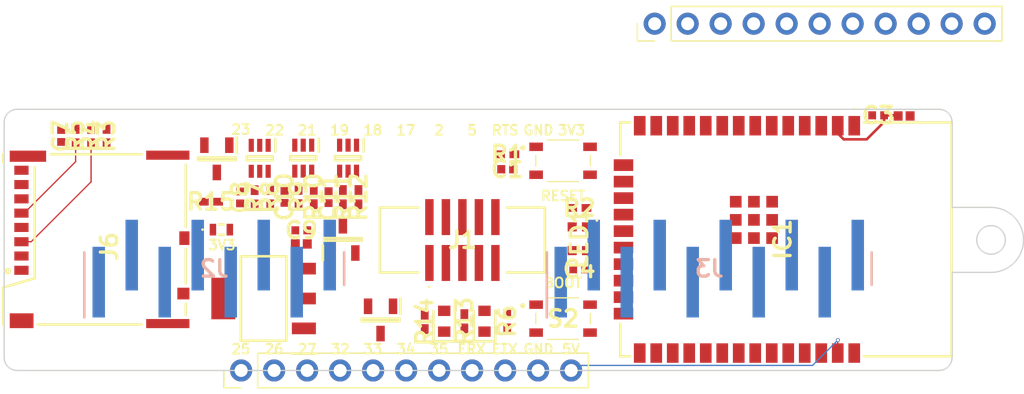
<source format=kicad_pcb>
(kicad_pcb (version 20211014) (generator pcbnew)
  (layers (0 "F.Cu" signal) (31 "B.Cu" signal) (34 "B.Paste" user) (35 "F.Paste" user) (36 "B.SilkS" user "B.Silkscreen") (37 "F.SilkS" user "F.Silkscreen") (38 "B.Mask" user) (39 "F.Mask" user) (44 "Edge.Cuts" user))
  (net 0 "")
  (net 1 "GND")
  (net 2 "RESET")
  (net 3 "+3V3")
  (net 4 "+5V")
  (net 5 "+LDO_3V3")
  (net 7 "GPIO39")
  (net 8 "GPIO34")
  (net 9 "GPIO35")
  (net 10 "GPIO32")
  (net 11 "GPIO33")
  (net 12 "GPIO25")
  (net 13 "GPIO26")
  (net 14 "GPIO27")
  (net 15 "TMS")
  (net 16 "TDI")
  (net 17 "TCK")
  (net 24 "TDO")
  (net 25 "GPIO02")
  (net 26 "Net-(IC1-Pad25)")
  (net 27 "GPIO04")
  (net 28 "GPIO16")
  (net 29 "GPIO17")
  (net 30 "GPIO05")
  (net 31 "GPIO18")
  (net 32 "GPIO19")
  (net 34 "GPIO21")
  (net 35 "TX")
  (net 36 "RX")
  (net 37 "GPIO22")
  (net 38 "GPIO23")
  (net 39 "Net-(IC2-Pad1)")
  (net 40 "+ext_3V3")
  (net 41 "Net-(IC4-Pad1)")
  (net 42 "Net-(IC5-Pad1)")
  (net 43 "+ext_5V")
  (net 44 "FLP_GPIO_0")
  (net 45 "GPIO36")
  (net 46 "GPIO017")
  (net 49 "Net-(J6-Pad2)")
  (net 50 "Net-(J6-Pad3)")
  (net 51 "Net-(J6-Pad5)")
  (net 54 "Net-(LED1-Pad3)")
  (net 55 "Net-(LED2-Pad2)")
  (net 56 "Net-(LED3-Pad2)")
  (net 57 "Net-(LED4-Pad1)")
  (net 58 "Net-(R7-Pad2)")
  (net 59 "Net-(R9-Pad2)")
  (net 60 "Net-(R11-Pad2)")
  (footprint "Libraries:RESC1005X40N" (layer "F.Cu") (at 134.96 96.59 90)
    (fp_text reference "R10" (at 0 0 90) (layer "F.SilkS") (effects (font (size 1.27 1.27) (thickness 0.254))))
    (fp_text value "100K" hide)
    (pad "1" smd rect locked (at -0.55 0 180) (size 0.6 0.75) (layers "F.Cu" "F.Paste" "F.Mask") (net 1 "GND"))
    (pad "2" smd rect locked (at 0.55 0 180) (size 0.6 0.75) (layers "F.Cu" "F.Paste" "F.Mask") (net 41 "Net-(IC4-Pad1)"))
  )
  (footprint "Libraries:RESC1005X40N" (layer "F.Cu") (at 127.05 96.95)
    (fp_text reference "R15" (at 0 0) (layer "F.SilkS") (effects (font (size 1.27 1.27) (thickness 0.254))))
    (fp_text value "1K" hide)
    (pad "1" smd rect locked (at -0.55 0 90) (size 0.6 0.75) (layers "F.Cu" "F.Paste" "F.Mask") (net 3 "+3V3"))
    (pad "2" smd rect locked (at 0.55 0 90) (size 0.6 0.75) (layers "F.Cu" "F.Paste" "F.Mask") (net 57 "Net-(LED4-Pad1)"))
  )
  (footprint "Libraries:RESC1005X40N" (layer "F.Cu") (at 149.85 106.15 -90)
    (fp_text reference "R6" (at 0 0 -90) (layer "F.SilkS") (effects (font (size 1.27 1.27) (thickness 0.254))))
    (fp_text value "10k" hide)
    (pad "1" smd rect locked (at -0.55 0) (size 0.6 0.75) (layers "F.Cu" "F.Paste" "F.Mask") (net 26 "Net-(IC1-Pad25)"))
    (pad "2" smd rect locked (at 0.55 0) (size 0.6 0.75) (layers "F.Cu" "F.Paste" "F.Mask") (net 3 "+3V3"))
  )
  (footprint "Libraries:CAPC1005X55N" (layer "F.Cu") (at 115.52 91.89 -90)
    (fp_text reference "C7" (at 0 0 90) (layer "F.SilkS") (effects (font (size 1.27 1.27) (thickness 0.254))))
    (fp_text value "100n" hide)
    (pad "1" smd rect locked (at -0.46 0 270) (size 0.6 0.62) (layers "F.Cu" "F.Paste" "F.Mask") (net 1 "GND"))
    (pad "2" smd rect locked (at 0.46 0 270) (size 0.6 0.62) (layers "F.Cu" "F.Paste" "F.Mask") (net 3 "+3V3"))
  )
  (footprint "Libraries:RESC1005X40N" (layer "F.Cu") (at 116.63 91.9 -90)
    (fp_text reference "R5" (at 0 0 90) (layer "F.SilkS") (effects (font (size 1.27 1.27) (thickness 0.254))))
    (fp_text value "1K" hide)
    (pad "1" smd rect locked (at -0.55 0) (size 0.6 0.75) (layers "F.Cu" "F.Paste" "F.Mask") (net 31 "GPIO18"))
    (pad "2" smd rect locked (at 0.55 0) (size 0.6 0.75) (layers "F.Cu" "F.Paste" "F.Mask") (net 51 "Net-(J6-Pad5)"))
  )
  (footprint "SamacSys_Parts:SOT96P240X120-3N" (layer "F.Cu") (at 127.5 93.65 -90)
    (fp_text reference "IC2" hide)
    (fp_text value "DMP1045U-7" hide)
    (fp_line (start -0.1 1.45) (end -0.1 -1.45) (layer "F.SilkS") (width 0.2))
    (fp_line (start 0.1 1.45) (end -0.1 1.45) (layer "F.SilkS") (width 0.2))
    (fp_line (start -0.1 -1.45) (end 0.1 -1.45) (layer "F.SilkS") (width 0.2))
    (fp_line (start 0.1 -1.45) (end 0.1 1.45) (layer "F.SilkS") (width 0.2))
    (fp_line (start -1.65 -1.535) (end -0.45 -1.535) (layer "F.SilkS") (width 0.2))
    (pad "1" smd rect locked (at -1.05 -0.96) (size 0.65 1.2) (layers "F.Cu" "F.Paste" "F.Mask") (net 39 "Net-(IC2-Pad1)"))
    (pad "2" smd rect locked (at -1.05 0.96) (size 0.65 1.2) (layers "F.Cu" "F.Paste" "F.Mask") (net 3 "+3V3"))
    (pad "3" smd rect locked (at 1.05 0) (size 0.65 1.2) (layers "F.Cu" "F.Paste" "F.Mask") (net 40 "+ext_3V3"))
  )
  (footprint "SamacSys_Parts:SOT96P240X120-3N" (layer "F.Cu") (at 137.2 99.85 90)
    (fp_text reference "IC4" hide)
    (fp_text value "DMP1045U-7" hide)
    (fp_line (start 0.1 -1.45) (end 0.1 1.45) (layer "F.SilkS") (width 0.2))
    (fp_line (start 0.1 1.45) (end -0.1 1.45) (layer "F.SilkS") (width 0.2))
    (fp_line (start -0.1 -1.45) (end 0.1 -1.45) (layer "F.SilkS") (width 0.2))
    (fp_line (start -1.65 -1.535) (end -0.45 -1.535) (layer "F.SilkS") (width 0.2))
    (fp_line (start -0.1 1.45) (end -0.1 -1.45) (layer "F.SilkS") (width 0.2))
    (pad "1" smd rect locked (at -1.05 -0.96 180) (size 0.65 1.2) (layers "F.Cu" "F.Paste" "F.Mask") (net 41 "Net-(IC4-Pad1)"))
    (pad "2" smd rect locked (at -1.05 0.96 180) (size 0.65 1.2) (layers "F.Cu" "F.Paste" "F.Mask") (net 3 "+3V3"))
    (pad "3" smd rect locked (at 1.05 0 180) (size 0.65 1.2) (layers "F.Cu" "F.Paste" "F.Mask") (net 5 "+LDO_3V3"))
  )
  (footprint "Connector_PinHeader_2.54mm:PinHeader_1x11_P2.54mm_Vertical" (layer "F.Cu") (at 129.37 109.94 90)
    (fp_text reference "J4" hide)
    (fp_text value "Conn_01x11" hide)
    (fp_line (start 1.33 1.27) (end 1.33 26.73) (layer "F.SilkS") (width 0.12))
    (fp_line (start -1.33 1.27) (end -1.33 26.73) (layer "F.SilkS") (width 0.12))
    (fp_line (start -1.33 26.73) (end 1.33 26.73) (layer "F.SilkS") (width 0.12))
    (fp_line (start -1.33 -1.33) (end 0 -1.33) (layer "F.SilkS") (width 0.12))
    (fp_line (start -1.33 1.27) (end 1.33 1.27) (layer "F.SilkS") (width 0.12))
    (fp_line (start -1.33 0) (end -1.33 -1.33) (layer "F.SilkS") (width 0.12))
    (pad "1" thru_hole circle (at 0 0 90) (size 1.7 1.7) (drill 1) (layers *.Cu *.Mask) (net 3 "+3V3"))
    (pad "2" thru_hole oval (at 0 2.54 90) (size 1.7 1.7) (drill 1) (layers *.Cu *.Mask) (net 1 "GND"))
    (pad "3" thru_hole oval (at 0 5.08 90) (size 1.7 1.7) (drill 1) (layers *.Cu *.Mask) (net 44 "FLP_GPIO_0"))
    (pad "4" thru_hole oval (at 0 7.62 90) (size 1.7 1.7) (drill 1) (layers *.Cu *.Mask) (net 30 "GPIO05"))
    (pad "5" thru_hole oval (at 0 10.16 90) (size 1.7 1.7) (drill 1) (layers *.Cu *.Mask) (net 25 "GPIO02"))
    (pad "6" thru_hole oval (at 0 12.7 90) (size 1.7 1.7) (drill 1) (layers *.Cu *.Mask) (net 29 "GPIO17"))
    (pad "7" thru_hole oval (at 0 15.24 90) (size 1.7 1.7) (drill 1) (layers *.Cu *.Mask) (net 31 "GPIO18"))
    (pad "8" thru_hole oval (at 0 17.78 90) (size 1.7 1.7) (drill 1) (layers *.Cu *.Mask) (net 32 "GPIO19"))
    (pad "9" thru_hole oval (at 0 20.32 90) (size 1.7 1.7) (drill 1) (layers *.Cu *.Mask) (net 34 "GPIO21"))
    (pad "10" thru_hole oval (at 0 22.86 90) (size 1.7 1.7) (drill 1) (layers *.Cu *.Mask) (net 37 "GPIO22"))
    (pad "11" thru_hole oval (at 0 25.4 90) (size 1.7 1.7) (drill 1) (layers *.Cu *.Mask) (net 38 "GPIO23"))
  )
  (footprint "Libraries:CAPC1005X55N" (layer "F.Cu") (at 136.1 96.6 90)
    (fp_text reference "C11" (at 0 0 90) (layer "F.SilkS") (effects (font (size 1.27 1.27) (thickness 0.254))))
    (fp_text value "100n" hide)
    (pad "1" smd rect locked (at -0.46 0 90) (size 0.6 0.62) (layers "F.Cu" "F.Paste" "F.Mask") (net 1 "GND"))
    (pad "2" smd rect locked (at 0.46 0 90) (size 0.6 0.62) (layers "F.Cu" "F.Paste" "F.Mask") (net 43 "+ext_5V"))
  )
  (footprint "SamacSys_Parts:CAPC1005X80N" (layer "F.Cu") (at 180.4 90.35 180)
    (fp_text reference "C2" hide)
    (fp_text value "22uF" hide)
    (pad "1" smd rect locked (at -0.46 0 180) (size 0.69 0.72) (layers "F.Cu" "F.Paste" "F.Mask") (net 1 "GND"))
    (pad "2" smd rect locked (at 0.46 0 180) (size 0.69 0.72) (layers "F.Cu" "F.Paste" "F.Mask") (net 3 "+3V3"))
  )
  (footprint "Libraries:503398-1892" (layer "F.Cu") (at 111.06 106.4 90)
    (fp_text reference "J6" (at 5.996 8.167 90) (layer "F.SilkS") (effects (font (size 1.27 1.27) (thickness 0.254))))
    (fp_text value "503398-1892" hide)
    (fp_line (start 0 2.65) (end 0 10.648) (layer "F.SilkS") (width 0.2))
    (fp_line (start 7.5 14.05) (end 12.3 14.05) (layer "F.SilkS") (width 0.2))
    (fp_line (start 2.849 0) (end 3.554 2.42) (layer "F.SilkS") (width 0.2))
    (fp_line (start 3.554 2.42) (end 12.109 2.42) (layer "F.SilkS") (width 0.2))
    (fp_line (start 3.15 14.05) (end 5.8 14.05) (layer "F.SilkS") (width 0.2))
    (fp_line (start 13.1 3.65) (end 13.1 10.65) (layer "F.SilkS") (width 0.2))
    (fp_line (start 13.1 0) (end 12.474 0) (layer "F.SilkS") (width 0.2))
    (fp_line (start 0.74 14.05) (end 1.6 14.05) (layer "F.SilkS") (width 0.2))
    (fp_line (start 0 0) (end 2.849 0) (layer "F.SilkS") (width 0.2))
    (fp_circle (center 4.116 0.356) (end 4.116 0.41057) (layer "F.SilkS") (width 0.2) (fill none))
    (pad "1" smd rect locked (at 4.17 1.4 90) (size 0.7 1.1) (layers "F.Cu" "F.Paste" "F.Mask"))
    (pad "2" smd rect locked (at 5.27 1.4 90) (size 0.7 1.1) (layers "F.Cu" "F.Paste" "F.Mask") (net 49 "Net-(J6-Pad2)"))
    (pad "3" smd rect locked (at 6.37 1.4 90) (size 0.7 1.1) (layers "F.Cu" "F.Paste" "F.Mask") (net 50 "Net-(J6-Pad3)"))
    (pad "4" smd rect locked (at 7.47 1.4 90) (size 0.7 1.1) (layers "F.Cu" "F.Paste" "F.Mask") (net 3 "+3V3"))
    (pad "5" smd rect locked (at 8.57 1.4 90) (size 0.7 1.1) (layers "F.Cu" "F.Paste" "F.Mask") (net 51 "Net-(J6-Pad5)"))
    (pad "6" smd rect locked (at 9.67 1.4 90) (size 0.7 1.1) (layers "F.Cu" "F.Paste" "F.Mask") (net 1 "GND"))
    (pad "7" smd rect locked (at 10.77 1.4 90) (size 0.7 1.1) (layers "F.Cu" "F.Paste" "F.Mask") (net 32 "GPIO19"))
    (pad "8" smd rect locked (at 11.87 1.4 90) (size 0.7 1.1) (layers "F.Cu" "F.Paste" "F.Mask"))
    (pad "9" smd rect locked (at 2.38 13.865 90) (size 0.9 0.93) (layers "F.Cu" "F.Paste" "F.Mask") (net 1 "GND"))
    (pad "10" smd rect locked (at 6.645 13.94 180) (size 0.78 1.05) (layers "F.Cu" "F.Paste" "F.Mask") (net 1 "GND"))
    (pad "11" smd rect locked (at 13.03 12.665 90) (size 0.7 3.33) (layers "F.Cu" "F.Paste" "F.Mask"))
    (pad "12" smd rect locked (at 12.95 1.9 90) (size 0.86 2.8) (layers "F.Cu" "F.Paste" "F.Mask"))
    (pad "13" smd rect locked (at 0.29 1.415 90) (size 1.14 1.83) (layers "F.Cu" "F.Paste" "F.Mask"))
    (pad "14" smd rect locked (at 0.07 12.665 90) (size 0.7 3.33) (layers "F.Cu" "F.Paste" "F.Mask"))
  )
  (footprint "Libraries:WS2812B2020" (layer "F.Cu") (at 155.4 99.8 90)
    (fp_text reference "LED1" (at 0 0 90) (layer "F.SilkS") (effects (font (size 1.27 1.27) (thickness 0.254))))
    (fp_text value "WS2812B-2020" hide)
    (fp_line (start 1.4 1.3) (end 1.4 1.3) (layer "F.SilkS") (width 0.1))
    (fp_line (start 1.4 1.4) (end 1.4 1.4) (layer "F.SilkS") (width 0.1))
    (fp_arc (start 1.4 1.3) (mid 1.45 1.35) (end 1.4 1.4) (layer "F.SilkS") (width 0.1))
    (fp_arc (start 1.4 1.4) (mid 1.35 1.35) (end 1.4 1.3) (layer "F.SilkS") (width 0.1))
    (pad "1" smd rect locked (at 0.915 0.55 180) (size 0.7 0.7) (layers "F.Cu" "F.Paste" "F.Mask"))
    (pad "2" smd rect locked (at 0.915 -0.55 180) (size 0.7 0.7) (layers "F.Cu" "F.Paste" "F.Mask") (net 1 "GND"))
    (pad "3" smd rect locked (at -0.915 -0.55 180) (size 0.7 0.7) (layers "F.Cu" "F.Paste" "F.Mask") (net 54 "Net-(LED1-Pad3)"))
    (pad "4" smd rect locked (at -0.915 0.55 180) (size 0.7 0.7) (layers "F.Cu" "F.Paste" "F.Mask") (net 4 "+5V"))
  )
  (footprint "Libraries:RESC1005X40N" (layer "F.Cu") (at 117.82 91.9 -90)
    (fp_text reference "R4" (at 0 0 90) (layer "F.SilkS") (effects (font (size 1.27 1.27) (thickness 0.254))))
    (fp_text value "1K" hide)
    (pad "1" smd rect locked (at -0.55 0) (size 0.6 0.75) (layers "F.Cu" "F.Paste" "F.Mask") (net 38 "GPIO23"))
    (pad "2" smd rect locked (at 0.55 0) (size 0.6 0.75) (layers "F.Cu" "F.Paste" "F.Mask") (net 50 "Net-(J6-Pad3)"))
  )
  (footprint "SamacSys_Parts:CAPC1005X70N" (layer "F.Cu") (at 134 100.2)
    (fp_text reference "C6" hide)
    (fp_text value "10uF" hide)
    (pad "1" smd rect locked (at -0.46 0) (size 0.69 0.72) (layers "F.Cu" "F.Paste" "F.Mask") (net 1 "GND"))
    (pad "2" smd rect locked (at 0.46 0) (size 0.69 0.72) (layers "F.Cu" "F.Paste" "F.Mask") (net 4 "+5V"))
  )
  (footprint "Libraries:ESP32WROOM32EN4" (layer "F.Cu") (at 171.3 99.85 -90)
    (fp_text reference "IC1" (at 0 0.25 -90) (layer "F.SilkS") (effects (font (size 1.27 1.27) (thickness 0.254))))
    (fp_text value "ESP32-WROOM-32E-N4" hide)
    (fp_line (start 9 12) (end 9 12.75) (layer "F.SilkS") (width 0.2))
    (fp_line (start -9 -6) (end -9 -12.75) (layer "F.SilkS") (width 0.2))
    (fp_line (start 9 12.75) (end 6.5 12.75) (layer "F.SilkS") (width 0.2))
    (fp_line (start -9 12.75) (end -9 12) (layer "F.SilkS") (width 0.2))
    (fp_line (start -10 -5.26) (end -10 -5.26) (layer "F.SilkS") (width 0.1))
    (fp_line (start -6.5 12.75) (end -9 12.75) (layer "F.SilkS") (width 0.2))
    (fp_line (start -10.1 -5.26) (end -10.1 -5.26) (layer "F.SilkS") (width 0.1))
    (fp_line (start -9 -12.75) (end 9 -12.75) (layer "F.SilkS") (width 0.2))
    (fp_line (start 9 -12.75) (end 9 -6) (layer "F.SilkS") (width 0.2))
    (fp_arc (start -10.1 -5.26) (mid -10.05 -5.31) (end -10 -5.26) (layer "F.SilkS") (width 0.1))
    (fp_arc (start -10 -5.26) (mid -10.05 -5.21) (end -10.1 -5.26) (layer "F.SilkS") (width 0.1))
    (pad "1" smd rect locked (at -8.75 -5.26) (size 0.9 1.5) (layers "F.Cu" "F.Paste" "F.Mask") (net 1 "GND"))
    (pad "2" smd rect locked (at -8.75 -3.99) (size 0.9 1.5) (layers "F.Cu" "F.Paste" "F.Mask") (net 3 "+3V3"))
    (pad "3" smd rect locked (at -8.75 -2.72) (size 0.9 1.5) (layers "F.Cu" "F.Paste" "F.Mask") (net 2 "RESET"))
    (pad "4" smd rect locked (at -8.75 -1.45) (size 0.9 1.5) (layers "F.Cu" "F.Paste" "F.Mask"))
    (pad "5" smd rect locked (at -8.75 -0.18) (size 0.9 1.5) (layers "F.Cu" "F.Paste" "F.Mask") (net 7 "GPIO39"))
    (pad "6" smd rect locked (at -8.75 1.09) (size 0.9 1.5) (layers "F.Cu" "F.Paste" "F.Mask") (net 8 "GPIO34"))
    (pad "7" smd rect locked (at -8.75 2.36) (size 0.9 1.5) (layers "F.Cu" "F.Paste" "F.Mask") (net 9 "GPIO35"))
    (pad "8" smd rect locked (at -8.75 3.63) (size 0.9 1.5) (layers "F.Cu" "F.Paste" "F.Mask") (net 10 "GPIO32"))
    (pad "9" smd rect locked (at -8.75 4.9) (size 0.9 1.5) (layers "F.Cu" "F.Paste" "F.Mask") (net 11 "GPIO33"))
    (pad "10" smd rect locked (at -8.75 6.17) (size 0.9 1.5) (layers "F.Cu" "F.Paste" "F.Mask") (net 12 "GPIO25"))
    (pad "11" smd rect locked (at -8.75 7.44) (size 0.9 1.5) (layers "F.Cu" "F.Paste" "F.Mask") (net 13 "GPIO26"))
    (pad "12" smd rect locked (at -8.75 8.71) (size 0.9 1.5) (layers "F.Cu" "F.Paste" "F.Mask") (net 14 "GPIO27"))
    (pad "13" smd rect locked (at -8.75 9.98) (size 0.9 1.5) (layers "F.Cu" "F.Paste" "F.Mask") (net 15 "TMS"))
    (pad "14" smd rect locked (at -8.75 11.25) (size 0.9 1.5) (layers "F.Cu" "F.Paste" "F.Mask") (net 16 "TDI"))
    (pad "15" smd rect locked (at -5.715 12.5 270) (size 0.9 1.5) (layers "F.Cu" "F.Paste" "F.Mask") (net 1 "GND"))
    (pad "16" smd rect locked (at -4.445 12.5 270) (size 0.9 1.5) (layers "F.Cu" "F.Paste" "F.Mask") (net 17 "TCK"))
    (pad "17" smd rect locked (at -3.175 12.5 270) (size 0.9 1.5) (layers "F.Cu" "F.Paste" "F.Mask"))
    (pad "18" smd rect locked (at -1.905 12.5 270) (size 0.9 1.5) (layers "F.Cu" "F.Paste" "F.Mask"))
    (pad "19" smd rect locked (at -0.635 12.5 270) (size 0.9 1.5) (layers "F.Cu" "F.Paste" "F.Mask"))
    (pad "20" smd rect locked (at 0.635 12.5 270) (size 0.9 1.5) (layers "F.Cu" "F.Paste" "F.Mask"))
    (pad "21" smd rect locked (at 1.905 12.5 270) (size 0.9 1.5) (layers "F.Cu" "F.Paste" "F.Mask"))
    (pad "22" smd rect locked (at 3.175 12.5 270) (size 0.9 1.5) (layers "F.Cu" "F.Paste" "F.Mask"))
    (pad "23" smd rect locked (at 4.445 12.5 270) (size 0.9 1.5) (layers "F.Cu" "F.Paste" "F.Mask") (net 24 "TDO"))
    (pad "24" smd rect locked (at 5.715 12.5 270) (size 0.9 1.5) (layers "F.Cu" "F.Paste" "F.Mask") (net 25 "GPIO02"))
    (pad "25" smd rect locked (at 8.75 11.25) (size 0.9 1.5) (layers "F.Cu" "F.Paste" "F.Mask") (net 26 "Net-(IC1-Pad25)"))
    (pad "26" smd rect locked (at 8.75 9.98) (size 0.9 1.5) (layers "F.Cu" "F.Paste" "F.Mask") (net 27 "GPIO04"))
    (pad "27" smd rect locked (at 8.75 8.71) (size 0.9 1.5) (layers "F.Cu" "F.Paste" "F.Mask") (net 28 "GPIO16"))
    (pad "28" smd rect locked (at 8.75 7.44) (size 0.9 1.5) (layers "F.Cu" "F.Paste" "F.Mask") (net 29 "GPIO17"))
    (pad "29" smd rect locked (at 8.75 6.17) (size 0.9 1.5) (layers "F.Cu" "F.Paste" "F.Mask") (net 30 "GPIO05"))
    (pad "30" smd rect locked (at 8.75 4.9) (size 0.9 1.5) (layers "F.Cu" "F.Paste" "F.Mask") (net 31 "GPIO18"))
    (pad "31" smd rect locked (at 8.75 3.63) (size 0.9 1.5) (layers "F.Cu" "F.Paste" "F.Mask") (net 32 "GPIO19"))
    (pad "32" smd rect locked (at 8.75 2.36) (size 0.9 1.5) (layers "F.Cu" "F.Paste" "F.Mask"))
    (pad "33" smd rect locked (at 8.75 1.09) (size 0.9 1.5) (layers "F.Cu" "F.Paste" "F.Mask") (net 34 "GPIO21"))
    (pad "34" smd rect locked (at 8.75 -0.18) (size 0.9 1.5) (layers "F.Cu" "F.Paste" "F.Mask") (net 35 "TX"))
    (pad "35" smd rect locked (at 8.75 -1.45) (size 0.9 1.5) (layers "F.Cu" "F.Paste" "F.Mask") (net 36 "RX"))
    (pad "36" smd rect locked (at 8.75 -2.72) (size 0.9 1.5) (layers "F.Cu" "F.Paste" "F.Mask") (net 37 "GPIO22"))
    (pad "37" smd rect locked (at 8.75 -3.99) (size 0.9 1.5) (layers "F.Cu" "F.Paste" "F.Mask") (net 38 "GPIO23"))
    (pad "38" smd rect locked (at 8.75 -5.26) (size 0.9 1.5) (layers "F.Cu" "F.Paste" "F.Mask") (net 1 "GND"))
    (pad "39" smd rect locked (at -2.9 1.06) (size 0.9 0.9) (layers "F.Cu" "F.Paste" "F.Mask") (net 1 "GND"))
    (pad "40" smd rect locked (at -2.9 2.46) (size 0.9 0.9) (layers "F.Cu" "F.Paste" "F.Mask") (net 1 "GND"))
    (pad "41" smd rect locked (at -2.9 3.86) (size 0.9 0.9) (layers "F.Cu" "F.Paste" "F.Mask") (net 1 "GND"))
    (pad "42" smd rect locked (at -1.5 3.86) (size 0.9 0.9) (layers "F.Cu" "F.Paste" "F.Mask") (net 1 "GND"))
    (pad "43" smd rect locked (at -0.1 3.86) (size 0.9 0.9) (layers "F.Cu" "F.Paste" "F.Mask") (net 1 "GND"))
    (pad "44" smd rect locked (at -0.1 2.46) (size 0.9 0.9) (layers "F.Cu" "F.Paste" "F.Mask") (net 1 "GND"))
    (pad "45" smd rect locked (at -0.1 1.06) (size 0.9 0.9) (layers "F.Cu" "F.Paste" "F.Mask") (net 1 "GND"))
    (pad "46" smd rect locked (at -1.5 1.06) (size 0.9 0.9) (layers "F.Cu" "F.Paste" "F.Mask") (net 1 "GND"))
    (pad "47" smd rect locked (at -1.5 2.46) (size 0.9 0.9) (layers "F.Cu" "F.Paste" "F.Mask") (net 1 "GND"))
  )
  (footprint "SamacSys_Parts:19217R6CAL1M2VY3T" (layer "F.Cu") (at 127.85 99.1 180)
    (fp_text reference "LED4" hide)
    (fp_text value "3V3" hide)
    (fp_line (start 1.4 0) (end 1.4 0) (layer "F.SilkS") (width 0.1))
    (fp_line (start 0.2 -0.4) (end -0.2 -0.4) (layer "F.SilkS") (width 0.2))
    (fp_line (start 0.2 0.4) (end -0.2 0.4) (layer "F.SilkS") (width 0.2))
    (fp_line (start 1.5 0) (end 1.5 0) (layer "F.SilkS") (width 0.1))
    (fp_arc (start 1.5 0) (mid 1.45 0.05) (end 1.4 0) (layer "F.SilkS") (width 0.1))
    (fp_arc (start 1.4 0) (mid 1.45 -0.05) (end 1.5 0) (layer "F.SilkS") (width 0.1))
    (pad "1" smd rect locked (at 0.65 0 180) (size 0.5 0.9) (layers "F.Cu" "F.Paste" "F.Mask") (net 57 "Net-(LED4-Pad1)"))
    (pad "2" smd rect locked (at -0.65 0 180) (size 0.5 0.9) (layers "F.Cu" "F.Paste" "F.Mask") (net 1 "GND"))
  )
  (footprint "Libraries:RESC1005X40N" (layer "F.Cu") (at 155.4 97.43 180)
    (fp_text reference "R2" (at 0 0) (layer "F.SilkS") (effects (font (size 1.27 1.27) (thickness 0.254))))
    (fp_text value "220" hide)
    (pad "1" smd rect locked (at -0.55 0 270) (size 0.6 0.75) (layers "F.Cu" "F.Paste" "F.Mask") (net 28 "GPIO16"))
    (pad "2" smd rect locked (at 0.55 0 270) (size 0.6 0.75) (layers "F.Cu" "F.Paste" "F.Mask") (net 54 "Net-(LED1-Pad3)"))
  )
  (footprint "Libraries:322010030000" (layer "F.Cu") (at 146.4 99.9)
    (fp_text reference "J1" (at 0 0) (layer "F.SilkS") (effects (font (size 1.27 1.27) (thickness 0.254))))
    (fp_text value "3220-10-0300-00" hide)
    (fp_line (start -2.5 3.6) (end -2.5 3.6) (layer "F.SilkS") (width 0.1))
    (fp_line (start -2.6 3.6) (end -2.6 3.6) (layer "F.SilkS") (width 0.1))
    (fp_line (start 6.35 2.5) (end 3.4 2.5) (layer "F.SilkS") (width 0.2))
    (fp_line (start -6.35 -2.5) (end -6.35 2.5) (layer "F.SilkS") (width 0.2))
    (fp_line (start -6.35 2.5) (end -3.4 2.5) (layer "F.SilkS") (width 0.2))
    (fp_line (start 3.4 -2.5) (end 6.35 -2.5) (layer "F.SilkS") (width 0.2))
    (fp_line (start 6.35 -2.5) (end 6.35 2.5) (layer "F.SilkS") (width 0.2))
    (fp_line (start -3.4 -2.5) (end -6.35 -2.5) (layer "F.SilkS") (width 0.2))
    (fp_arc (start -2.6 3.6) (mid -2.55 3.55) (end -2.5 3.6) (layer "F.SilkS") (width 0.1))
    (fp_arc (start -2.5 3.6) (mid -2.55 3.65) (end -2.6 3.6) (layer "F.SilkS") (width 0.1))
    (pad "1" smd rect locked (at -2.54 1.765) (size 0.65 2.77) (layers "F.Cu" "F.Paste" "F.Mask") (net 3 "+3V3"))
    (pad "2" smd rect locked (at -2.54 -1.765) (size 0.65 2.77) (layers "F.Cu" "F.Paste" "F.Mask") (net 15 "TMS"))
    (pad "3" smd rect locked (at -1.27 1.765) (size 0.65 2.77) (layers "F.Cu" "F.Paste" "F.Mask") (net 1 "GND"))
    (pad "4" smd rect locked (at -1.27 -1.765) (size 0.65 2.77) (layers "F.Cu" "F.Paste" "F.Mask") (net 17 "TCK"))
    (pad "5" smd rect locked (at 0 1.765) (size 0.65 2.77) (layers "F.Cu" "F.Paste" "F.Mask") (net 1 "GND"))
    (pad "6" smd rect locked (at 0 -1.765) (size 0.65 2.77) (layers "F.Cu" "F.Paste" "F.Mask") (net 24 "TDO"))
    (pad "7" smd rect locked (at 1.27 1.765) (size 0.65 2.77) (layers "F.Cu" "F.Paste" "F.Mask") (net 1 "GND"))
    (pad "8" smd rect locked (at 1.27 -1.765) (size 0.65 2.77) (layers "F.Cu" "F.Paste" "F.Mask") (net 16 "TDI"))
    (pad "9" smd rect locked (at 2.54 1.765) (size 0.65 2.77) (layers "F.Cu" "F.Paste" "F.Mask") (net 1 "GND"))
    (pad "10" smd rect locked (at 2.54 -1.765) (size 0.65 2.77) (layers "F.Cu" "F.Paste" "F.Mask") (net 2 "RESET"))
  )
  (footprint "SamacSys_Parts:CAPC1005X80N" (layer "F.Cu") (at 126.1 102.25 -90)
    (fp_text reference "C5" hide)
    (fp_text value "22uF" hide)
    (pad "1" smd rect locked (at -0.46 0 270) (size 0.69 0.72) (layers "F.Cu" "F.Paste" "F.Mask") (net 1 "GND"))
    (pad "2" smd rect locked (at 0.46 0 270) (size 0.69 0.72) (layers "F.Cu" "F.Paste" "F.Mask") (net 5 "+LDO_3V3"))
  )
  (footprint "SamacSys_Parts:SOT96P240X120-3N" (layer "F.Cu") (at 140.1 106.05 -90)
    (fp_text reference "IC5" hide)
    (fp_text value "DMP1045U-7" hide)
    (fp_line (start -0.1 1.45) (end -0.1 -1.45) (layer "F.SilkS") (width 0.2))
    (fp_line (start 0.1 1.45) (end -0.1 1.45) (layer "F.SilkS") (width 0.2))
    (fp_line (start -0.1 -1.45) (end 0.1 -1.45) (layer "F.SilkS") (width 0.2))
    (fp_line (start 0.1 -1.45) (end 0.1 1.45) (layer "F.SilkS") (width 0.2))
    (fp_line (start -1.65 -1.535) (end -0.45 -1.535) (layer "F.SilkS") (width 0.2))
    (pad "1" smd rect locked (at -1.05 -0.96) (size 0.65 1.2) (layers "F.Cu" "F.Paste" "F.Mask") (net 42 "Net-(IC5-Pad1)"))
    (pad "2" smd rect locked (at -1.05 0.96) (size 0.65 1.2) (layers "F.Cu" "F.Paste" "F.Mask") (net 4 "+5V"))
    (pad "3" smd rect locked (at 1.05 0) (size 0.65 1.2) (layers "F.Cu" "F.Paste" "F.Mask") (net 43 "+ext_5V"))
  )
  (footprint "SamacSys_Parts:LEDC1608X50N" (layer "F.Cu") (at 148.1 106.15 90)
    (fp_text reference "LED2" hide)
    (fp_text value "TX" hide)
    (fp_line (start -1.55 0.825) (end 0.8 0.825) (layer "F.SilkS") (width 0.2))
    (fp_line (start -1.55 -0.825) (end -1.55 0.825) (layer "F.SilkS") (width 0.2))
    (fp_line (start 0.8 -0.825) (end -1.55 -0.825) (layer "F.SilkS") (width 0.2))
    (pad "1" smd rect locked (at -0.8 0 90) (size 0.8 0.95) (layers "F.Cu" "F.Paste" "F.Mask") (net 36 "RX"))
    (pad "2" smd rect locked (at 0.8 0 90) (size 0.8 0.95) (layers "F.Cu" "F.Paste" "F.Mask") (net 55 "Net-(LED2-Pad2)"))
  )
  (footprint "Libraries:SKRPABE010" (layer "F.Cu") (at 154.15 105.95)
    (fp_text reference "S2" (at 0 0) (layer "F.SilkS") (effects (font (size 1.27 1.27) (thickness 0.254))))
    (fp_text value "SKRPABE010" hide)
    (fp_line (start -3 -1) (end -3 -1) (layer "F.SilkS") (width 0.2))
    (fp_line (start -1.2 -1.6) (end 1.2 -1.6) (layer "F.SilkS") (width 0.1))
    (fp_line (start -3 -1) (end -3 -1) (layer "F.SilkS") (width 0.1))
    (fp_line (start -1.2 1.6) (end 1.2 1.6) (layer "F.SilkS") (width 0.1))
    (fp_line (start 2.1 -0.4) (end 2.1 0.4) (layer "F.SilkS") (width 0.1))
    (fp_line (start -3.2 -1) (end -3.2 -1) (layer "F.SilkS") (width 0.2))
    (fp_line (start -2.1 -0.4) (end -2.1 0.4) (layer "F.SilkS") (width 0.1))
    (fp_arc (start -3.2 -1) (mid -3.1 -1.1) (end -3 -1) (layer "F.SilkS") (width 0.2))
    (fp_arc (start -3 -1) (mid -3.1 -0.9) (end -3.2 -1) (layer "F.SilkS") (width 0.2))
    (pad "1" smd rect locked (at -2.075 -1.075 90) (size 0.65 1.05) (layers "F.Cu" "F.Paste" "F.Mask") (net 26 "Net-(IC1-Pad25)"))
    (pad "2" smd rect locked (at 2.075 -1.075 90) (size 0.65 1.05) (layers "F.Cu" "F.Paste" "F.Mask"))
    (pad "3" smd rect locked (at -2.075 1.075 90) (size 0.65 1.05) (layers "F.Cu" "F.Paste" "F.Mask"))
    (pad "4" smd rect locked (at 2.075 1.075 90) (size 0.65 1.05) (layers "F.Cu" "F.Paste" "F.Mask") (net 1 "GND"))
  )
  (footprint "Libraries:CAPC1005X55N" (layer "F.Cu") (at 155.39 102.15)
    (fp_text reference "C4" (at 0 0) (layer "F.SilkS") (effects (font (size 1.27 1.27) (thickness 0.254))))
    (fp_text value "100nF" hide)
    (pad "1" smd rect locked (at -0.46 0) (size 0.6 0.62) (layers "F.Cu" "F.Paste" "F.Mask") (net 1 "GND"))
    (pad "2" smd rect locked (at 0.46 0) (size 0.6 0.62) (layers "F.Cu" "F.Paste" "F.Mask") (net 4 "+5V"))
  )
  (footprint "SamacSys_Parts:SOT230P700X180-4N" (layer "F.Cu") (at 131.1 104.4 180)
    (fp_text reference "IC3" hide)
    (fp_text value "AZ1117H-3.3TRE1" hide)
    (fp_line (start 1.75 3.25) (end -1.75 3.25) (layer "F.SilkS") (width 0.2))
    (fp_line (start -4.025 -4.25) (end -2.175 -4.25) (layer "F.SilkS") (width 0.2))
    (fp_line (start -1.75 -3.25) (end 1.75 -3.25) (layer "F.SilkS") (width 0.2))
    (fp_line (start -1.75 3.25) (end -1.75 -3.25) (layer "F.SilkS") (width 0.2))
    (fp_line (start 1.75 -3.25) (end 1.75 3.25) (layer "F.SilkS") (width 0.2))
    (pad "1" smd rect locked (at -3.1 -2.3 270) (size 0.9 1.85) (layers "F.Cu" "F.Paste" "F.Mask") (net 1 "GND"))
    (pad "2" smd rect locked (at -3.1 0 270) (size 0.9 1.85) (layers "F.Cu" "F.Paste" "F.Mask") (net 5 "+LDO_3V3"))
    (pad "3" smd rect locked (at -3.1 2.3 270) (size 0.9 1.85) (layers "F.Cu" "F.Paste" "F.Mask") (net 4 "+5V"))
    (pad "4" smd rect locked (at 3.1 0 180) (size 1.85 3.2) (layers "F.Cu" "F.Paste" "F.Mask") (net 5 "+LDO_3V3"))
  )
  (footprint "Libraries:CAPC1005X55N" (layer "F.Cu") (at 178.4 90.3)
    (fp_text reference "C3" (at 0 0) (layer "F.SilkS") (effects (font (size 1.27 1.27) (thickness 0.254))))
    (fp_text value "100n" hide)
    (pad "1" smd rect locked (at -0.46 0) (size 0.6 0.62) (layers "F.Cu" "F.Paste" "F.Mask") (net 1 "GND"))
    (pad "2" smd rect locked (at 0.46 0) (size 0.6 0.62) (layers "F.Cu" "F.Paste" "F.Mask") (net 3 "+3V3"))
  )
  (footprint "Libraries:CAPC1005X55N" (layer "F.Cu") (at 129.29 96.62 90)
    (fp_text reference "C8" (at 0 0 90) (layer "F.SilkS") (effects (font (size 1.27 1.27) (thickness 0.254))))
    (fp_text value "100n" hide)
    (pad "1" smd rect locked (at -0.46 0 90) (size 0.6 0.62) (layers "F.Cu" "F.Paste" "F.Mask") (net 1 "GND"))
    (pad "2" smd rect locked (at 0.46 0 90) (size 0.6 0.62) (layers "F.Cu" "F.Paste" "F.Mask") (net 40 "+ext_3V3"))
  )
  (footprint "SamacSys_Parts:SOT65P210X110-6N" (layer "F.Cu") (at 137.6 93.6 -90)
    (fp_text reference "U3" hide)
    (fp_text value "MMDT2907A-7-F" hide)
    (fp_line (start 0.15 1) (end -0.15 1) (layer "F.SilkS") (width 0.2))
    (fp_line (start -0.15 -1) (end 0.15 -1) (layer "F.SilkS") (width 0.2))
    (fp_line (start -1.5 -1.2) (end -0.5 -1.2) (layer "F.SilkS") (width 0.2))
    (fp_line (start -0.15 1) (end -0.15 -1) (layer "F.SilkS") (width 0.2))
    (fp_line (start 0.15 -1) (end 0.15 1) (layer "F.SilkS") (width 0.2))
    (pad "1" smd rect locked (at -1 -0.65) (size 0.4 1) (layers "F.Cu" "F.Paste" "F.Mask") (net 4 "+5V"))
    (pad "2" smd rect locked (at -1 0) (size 0.4 1) (layers "F.Cu" "F.Paste" "F.Mask") (net 60 "Net-(R11-Pad2)"))
    (pad "3" smd rect locked (at -1 0.65) (size 0.4 1) (layers "F.Cu" "F.Paste" "F.Mask") (net 60 "Net-(R11-Pad2)"))
    (pad "4" smd rect locked (at 1 0.65) (size 0.4 1) (layers "F.Cu" "F.Paste" "F.Mask") (net 43 "+ext_5V"))
    (pad "5" smd rect locked (at 1 0) (size 0.4 1) (layers "F.Cu" "F.Paste" "F.Mask") (net 60 "Net-(R11-Pad2)"))
    (pad "6" smd rect locked (at 1 -0.65) (size 0.4 1) (layers "F.Cu" "F.Paste" "F.Mask") (net 42 "Net-(IC5-Pad1)"))
  )
  (footprint "Libraries:SKRPABE010" (layer "F.Cu") (at 154.15 93.8)
    (fp_text reference "S1")
    (fp_text value "SKRPABE010" hide)
    (fp_line (start -1.2 1.6) (end 1.2 1.6) (layer "F.SilkS") (width 0.1))
    (fp_line (start -3 -1) (end -3 -1) (layer "F.SilkS") (width 0.1))
    (fp_line (start 2.1 -0.4) (end 2.1 0.4) (layer "F.SilkS") (width 0.1))
    (fp_line (start -1.2 -1.6) (end 1.2 -1.6) (layer "F.SilkS") (width 0.1))
    (fp_line (start -3.2 -1) (end -3.2 -1) (layer "F.SilkS") (width 0.2))
    (fp_line (start -3 -1) (end -3 -1) (layer "F.SilkS") (width 0.2))
    (fp_line (start -2.1 -0.4) (end -2.1 0.4) (layer "F.SilkS") (width 0.1))
    (fp_arc (start -3.2 -1) (mid -3.1 -1.1) (end -3 -1) (layer "F.SilkS") (width 0.2))
    (fp_arc (start -3 -1) (mid -3.1 -0.9) (end -3.2 -1) (layer "F.SilkS") (width 0.2))
    (pad "1" smd rect locked (at -2.075 -1.075 90) (size 0.65 1.05) (layers "F.Cu" "F.Paste" "F.Mask") (net 2 "RESET"))
    (pad "2" smd rect locked (at 2.075 -1.075 90) (size 0.65 1.05) (layers "F.Cu" "F.Paste" "F.Mask"))
    (pad "3" smd rect locked (at -2.075 1.075 90) (size 0.65 1.05) (layers "F.Cu" "F.Paste" "F.Mask"))
    (pad "4" smd rect locked (at 2.075 1.075 90) (size 0.65 1.05) (layers "F.Cu" "F.Paste" "F.Mask") (net 1 "GND"))
  )
  (footprint "Libraries:RESC1005X40N" (layer "F.Cu") (at 149.85 93.3 180)
    (fp_text reference "R1" (at 0 0) (layer "F.SilkS") (effects (font (size 1.27 1.27) (thickness 0.254))))
    (fp_text value "10k" hide)
    (pad "1" smd rect locked (at -0.55 0 270) (size 0.6 0.75) (layers "F.Cu" "F.Paste" "F.Mask") (net 2 "RESET"))
    (pad "2" smd rect locked (at 0.55 0 270) (size 0.6 0.75) (layers "F.Cu" "F.Paste" "F.Mask") (net 3 "+3V3"))
  )
  (footprint "Libraries:CAPC1005X55N" (layer "F.Cu") (at 134 99.15)
    (fp_text reference "C9" (at 0 0) (layer "F.SilkS") (effects (font (size 1.27 1.27) (thickness 0.254))))
    (fp_text value "100n" hide)
    (pad "1" smd rect locked (at -0.46 0) (size 0.6 0.62) (layers "F.Cu" "F.Paste" "F.Mask") (net 1 "GND"))
    (pad "2" smd rect locked (at 0.46 0) (size 0.6 0.62) (layers "F.Cu" "F.Paste" "F.Mask") (net 4 "+5V"))
  )
  (footprint "Libraries:RESC1005X40N" (layer "F.Cu") (at 131.61 96.6 90)
    (fp_text reference "R8" (at 0 0 90) (layer "F.SilkS") (effects (font (size 1.27 1.27) (thickness 0.254))))
    (fp_text value "100K" hide)
    (pad "1" smd rect locked (at -0.55 0 180) (size 0.6 0.75) (layers "F.Cu" "F.Paste" "F.Mask") (net 1 "GND"))
    (pad "2" smd rect locked (at 0.55 0 180) (size 0.6 0.75) (layers "F.Cu" "F.Paste" "F.Mask") (net 39 "Net-(IC2-Pad1)"))
  )
  (footprint "Connector_PinHeader_2.54mm:PinHeader_1x11_P2.54mm_Vertical" (layer "F.Cu") (at 161.2 83.25 90)
    (fp_text reference "J5" hide)
    (fp_text value "Conn_01x11" hide)
    (fp_line (start -1.33 1.27) (end 1.33 1.27) (layer "F.SilkS") (width 0.12))
    (fp_line (start -1.33 0) (end -1.33 -1.33) (layer "F.SilkS") (width 0.12))
    (fp_line (start -1.33 -1.33) (end 0 -1.33) (layer "F.SilkS") (width 0.12))
    (fp_line (start 1.33 1.27) (end 1.33 26.73) (layer "F.SilkS") (width 0.12))
    (fp_line (start -1.33 26.73) (end 1.33 26.73) (layer "F.SilkS") (width 0.12))
    (fp_line (start -1.33 1.27) (end -1.33 26.73) (layer "F.SilkS") (width 0.12))
    (pad "1" thru_hole circle (at 0 0 90) (size 1.7 1.7) (drill 1) (layers *.Cu *.Mask) (net 12 "GPIO25"))
    (pad "2" thru_hole oval (at 0 2.54 90) (size 1.7 1.7) (drill 1) (layers *.Cu *.Mask) (net 13 "GPIO26"))
    (pad "3" thru_hole oval (at 0 5.08 90) (size 1.7 1.7) (drill 1) (layers *.Cu *.Mask) (net 14 "GPIO27"))
    (pad "4" thru_hole oval (at 0 7.62 90) (size 1.7 1.7) (drill 1) (layers *.Cu *.Mask) (net 10 "GPIO32"))
    (pad "5" thru_hole oval (at 0 10.16 90) (size 1.7 1.7) (drill 1) (layers *.Cu *.Mask) (net 11 "GPIO33"))
    (pad "6" thru_hole oval (at 0 12.7 90) (size 1.7 1.7) (drill 1) (layers *.Cu *.Mask) (net 8 "GPIO34"))
    (pad "7" thru_hole oval (at 0 15.24 90) (size 1.7 1.7) (drill 1) (layers *.Cu *.Mask) (net 9 "GPIO35"))
    (pad "8" thru_hole oval (at 0 17.78 90) (size 1.7 1.7) (drill 1) (layers *.Cu *.Mask) (net 35 "TX"))
    (pad "9" thru_hole oval (at 0 20.32 90) (size 1.7 1.7) (drill 1) (layers *.Cu *.Mask) (net 36 "RX"))
    (pad "10" thru_hole oval (at 0 22.86 90) (size 1.7 1.7) (drill 1) (layers *.Cu *.Mask) (net 1 "GND"))
    (pad "11" thru_hole oval (at 0 25.4 90) (size 1.7 1.7) (drill 1) (layers *.Cu *.Mask) (net 4 "+5V"))
  )
  (footprint "Libraries:RESC1005X40N" (layer "F.Cu") (at 138.4 96.6 90)
    (fp_text reference "R12" (at 0 0 90) (layer "F.SilkS") (effects (font (size 1.27 1.27) (thickness 0.254))))
    (fp_text value "100K" hide)
    (pad "1" smd rect locked (at -0.55 0 180) (size 0.6 0.75) (layers "F.Cu" "F.Paste" "F.Mask") (net 1 "GND"))
    (pad "2" smd rect locked (at 0.55 0 180) (size 0.6 0.75) (layers "F.Cu" "F.Paste" "F.Mask") (net 42 "Net-(IC5-Pad1)"))
  )
  (footprint "Libraries:CAPC1005X60N" (layer "F.Cu") (at 149.85 94.45)
    (fp_text reference "C1" (at 0 0) (layer "F.SilkS") (effects (font (size 1.27 1.27) (thickness 0.254))))
    (fp_text value "1u" hide)
    (pad "1" smd rect locked (at -0.46 0) (size 0.62 0.64) (layers "F.Cu" "F.Paste" "F.Mask") (net 1 "GND"))
    (pad "2" smd rect locked (at 0.46 0) (size 0.62 0.64) (layers "F.Cu" "F.Paste" "F.Mask") (net 2 "RESET"))
  )
  (footprint "Libraries:RESC1005X40N" (layer "F.Cu") (at 137.2 96.6 90)
    (fp_text reference "R11" (at 0 0 90) (layer "F.SilkS") (effects (font (size 1.27 1.27) (thickness 0.254))))
    (fp_text value "100K" hide)
    (pad "1" smd rect locked (at -0.55 0 180) (size 0.6 0.75) (layers "F.Cu" "F.Paste" "F.Mask") (net 1 "GND"))
    (pad "2" smd rect locked (at 0.55 0 180) (size 0.6 0.75) (layers "F.Cu" "F.Paste" "F.Mask") (net 60 "Net-(R11-Pad2)"))
  )
  (footprint "Libraries:CAPC1005X55N" (layer "F.Cu") (at 132.71 96.58 90)
    (fp_text reference "C10" (at 0 0 90) (layer "F.SilkS") (effects (font (size 1.27 1.27) (thickness 0.254))))
    (fp_text value "100n" hide)
    (pad "1" smd rect locked (at -0.46 0 90) (size 0.6 0.62) (layers "F.Cu" "F.Paste" "F.Mask") (net 1 "GND"))
    (pad "2" smd rect locked (at 0.46 0 90) (size 0.6 0.62) (layers "F.Cu" "F.Paste" "F.Mask") (net 5 "+LDO_3V3"))
  )
  (footprint "Libraries:RESC1005X40N" (layer "F.Cu") (at 146.55 106.15 90)
    (fp_text reference "R13" (at 0 0 90) (layer "F.SilkS") (effects (font (size 1.27 1.27) (thickness 0.254))))
    (fp_text value "1K" hide)
    (pad "1" smd rect locked (at -0.55 0 180) (size 0.6 0.75) (layers "F.Cu" "F.Paste" "F.Mask") (net 3 "+3V3"))
    (pad "2" smd rect locked (at 0.55 0 180) (size 0.6 0.75) (layers "F.Cu" "F.Paste" "F.Mask") (net 55 "Net-(LED2-Pad2)"))
  )
  (footprint "Libraries:RESC1005X40N" (layer "F.Cu") (at 143.5 106.2 90)
    (fp_text reference "R14" (at 0 0 90) (layer "F.SilkS") (effects (font (size 1.27 1.27) (thickness 0.254))))
    (fp_text value "1K" hide)
    (pad "1" smd rect locked (at -0.55 0 180) (size 0.6 0.75) (layers "F.Cu" "F.Paste" "F.Mask") (net 3 "+3V3"))
    (pad "2" smd rect locked (at 0.55 0 180) (size 0.6 0.75) (layers "F.Cu" "F.Paste" "F.Mask") (net 56 "Net-(LED3-Pad2)"))
  )
  (footprint "SamacSys_Parts:SOT65P210X110-6N" (layer "F.Cu") (at 134.15 93.6 -90)
    (fp_text reference "U2" hide)
    (fp_text value "MMDT2907A-7-F" hide)
    (fp_line (start 0.15 1) (end -0.15 1) (layer "F.SilkS") (width 0.2))
    (fp_line (start -0.15 1) (end -0.15 -1) (layer "F.SilkS") (width 0.2))
    (fp_line (start 0.15 -1) (end 0.15 1) (layer "F.SilkS") (width 0.2))
    (fp_line (start -0.15 -1) (end 0.15 -1) (layer "F.SilkS") (width 0.2))
    (fp_line (start -1.5 -1.2) (end -0.5 -1.2) (layer "F.SilkS") (width 0.2))
    (pad "1" smd rect locked (at -1 -0.65) (size 0.4 1) (layers "F.Cu" "F.Paste" "F.Mask") (net 3 "+3V3"))
    (pad "2" smd rect locked (at -1 0) (size 0.4 1) (layers "F.Cu" "F.Paste" "F.Mask") (net 59 "Net-(R9-Pad2)"))
    (pad "3" smd rect locked (at -1 0.65) (size 0.4 1) (layers "F.Cu" "F.Paste" "F.Mask") (net 59 "Net-(R9-Pad2)"))
    (pad "4" smd rect locked (at 1 0.65) (size 0.4 1) (layers "F.Cu" "F.Paste" "F.Mask") (net 5 "+LDO_3V3"))
    (pad "5" smd rect locked (at 1 0) (size 0.4 1) (layers "F.Cu" "F.Paste" "F.Mask") (net 59 "Net-(R9-Pad2)"))
    (pad "6" smd rect locked (at 1 -0.65) (size 0.4 1) (layers "F.Cu" "F.Paste" "F.Mask") (net 41 "Net-(IC4-Pad1)"))
  )
  (footprint "Libraries:RESC1005X40N" (layer "F.Cu") (at 133.79 96.59 90)
    (fp_text reference "R9" (at 0 0 90) (layer "F.SilkS") (effects (font (size 1.27 1.27) (thickness 0.254))))
    (fp_text value "100K" hide)
    (pad "1" smd rect locked (at -0.55 0 180) (size 0.6 0.75) (layers "F.Cu" "F.Paste" "F.Mask") (net 1 "GND"))
    (pad "2" smd rect locked (at 0.55 0 180) (size 0.6 0.75) (layers "F.Cu" "F.Paste" "F.Mask") (net 59 "Net-(R9-Pad2)"))
  )
  (footprint "SamacSys_Parts:SOT65P210X110-6N" (layer "F.Cu") (at 130.8 93.61 -90)
    (fp_text reference "U1" hide)
    (fp_text value "MMDT2907A-7-F" hide)
    (fp_line (start -1.5 -1.2) (end -0.5 -1.2) (layer "F.SilkS") (width 0.2))
    (fp_line (start 0.15 1) (end -0.15 1) (layer "F.SilkS") (width 0.2))
    (fp_line (start -0.15 -1) (end 0.15 -1) (layer "F.SilkS") (width 0.2))
    (fp_line (start -0.15 1) (end -0.15 -1) (layer "F.SilkS") (width 0.2))
    (fp_line (start 0.15 -1) (end 0.15 1) (layer "F.SilkS") (width 0.2))
    (pad "1" smd rect locked (at -1 -0.65) (size 0.4 1) (layers "F.Cu" "F.Paste" "F.Mask") (net 3 "+3V3"))
    (pad "2" smd rect locked (at -1 0) (size 0.4 1) (layers "F.Cu" "F.Paste" "F.Mask") (net 58 "Net-(R7-Pad2)"))
    (pad "3" smd rect locked (at -1 0.65) (size 0.4 1) (layers "F.Cu" "F.Paste" "F.Mask") (net 58 "Net-(R7-Pad2)"))
    (pad "4" smd rect locked (at 1 0.65) (size 0.4 1) (layers "F.Cu" "F.Paste" "F.Mask") (net 40 "+ext_3V3"))
    (pad "5" smd rect locked (at 1 0) (size 0.4 1) (layers "F.Cu" "F.Paste" "F.Mask") (net 58 "Net-(R7-Pad2)"))
    (pad "6" smd rect locked (at 1 -0.65) (size 0.4 1) (layers "F.Cu" "F.Paste" "F.Mask") (net 39 "Net-(IC2-Pad1)"))
  )
  (footprint "Libraries:RESC1005X40N" (layer "F.Cu") (at 119.01 91.9 -90)
    (fp_text reference "R3" (at 0 0 90) (layer "F.SilkS") (effects (font (size 1.27 1.27) (thickness 0.254))))
    (fp_text value "1K" hide)
    (pad "1" smd rect locked (at -0.55 0) (size 0.6 0.75) (layers "F.Cu" "F.Paste" "F.Mask") (net 27 "GPIO04"))
    (pad "2" smd rect locked (at 0.55 0) (size 0.6 0.75) (layers "F.Cu" "F.Paste" "F.Mask") (net 49 "Net-(J6-Pad2)"))
  )
  (footprint "Libraries:RESC1005X40N" (layer "F.Cu") (at 130.41 96.61 90)
    (fp_text reference "R7" (at 0 0 90) (layer "F.SilkS") (effects (font (size 1.27 1.27) (thickness 0.254))))
    (fp_text value "100K" hide)
    (pad "1" smd rect locked (at -0.55 0 180) (size 0.6 0.75) (layers "F.Cu" "F.Paste" "F.Mask") (net 1 "GND"))
    (pad "2" smd rect locked (at 0.55 0 180) (size 0.6 0.75) (layers "F.Cu" "F.Paste" "F.Mask") (net 58 "Net-(R7-Pad2)"))
  )
  (footprint "SamacSys_Parts:LEDC1608X50N" (layer "F.Cu") (at 145 106.15 90)
    (fp_text reference "LED3" hide)
    (fp_text value "RX" hide)
    (fp_line (start -1.55 0.825) (end 0.8 0.825) (layer "F.SilkS") (width 0.2))
    (fp_line (start 0.8 -0.825) (end -1.55 -0.825) (layer "F.SilkS") (width 0.2))
    (fp_line (start -1.55 -0.825) (end -1.55 0.825) (layer "F.SilkS") (width 0.2))
    (pad "1" smd rect locked (at -0.8 0 90) (size 0.8 0.95) (layers "F.Cu" "F.Paste" "F.Mask") (net 35 "TX"))
    (pad "2" smd rect locked (at 0.8 0 90) (size 0.8 0.95) (layers "F.Cu" "F.Paste" "F.Mask") (net 56 "Net-(LED3-Pad2)"))
  )
  (footprint "Libraries:HUSRSP10W66P254_2500X250X850P" (layer "B.Cu") (at 165.4 102.1)
    (fp_text reference "J3" (at 0 0 180) (layer "B.SilkS") (effects (font (size 1.27 1.27) (thickness 0.254)) (justify mirror)))
    (fp_text value "DZ254S-11-10-48" hide)
    (fp_line (start -12.5 -1.25) (end -12.5 3.76) (layer "B.SilkS") (width 0.2))
    (fp_line (start 12.5 -1.25) (end 12.5 1.25) (layer "B.SilkS") (width 0.2))
    (pad "1" smd rect locked (at -11.43 1.04) (size 0.96 5.44) (layers "B.Cu" "B.Paste" "B.Mask") (net 40 "+ext_3V3"))
    (pad "2" smd rect locked (at -8.89 -1.04) (size 0.96 5.44) (layers "B.Cu" "B.Paste" "B.Mask") (net 7 "GPIO39"))
    (pad "3" smd rect locked (at -6.35 1.04) (size 0.96 5.44) (layers "B.Cu" "B.Paste" "B.Mask") (net 1 "GND"))
    (pad "4" smd rect locked (at -3.81 -1.04) (size 0.96 5.44) (layers "B.Cu" "B.Paste" "B.Mask") (net 45 "GPIO36"))
    (pad "5" smd rect locked (at -1.27 1.04) (size 0.96 5.44) (layers "B.Cu" "B.Paste" "B.Mask") (net 35 "TX"))
    (pad "6" smd rect locked (at 1.27 -1.04) (size 0.96 5.44) (layers "B.Cu" "B.Paste" "B.Mask") (net 36 "RX"))
    (pad "7" smd rect locked (at 3.81 1.04) (size 0.96 5.44) (layers "B.Cu" "B.Paste" "B.Mask") (net 31 "GPIO18"))
    (pad "8" smd rect locked (at 6.35 -1.04) (size 0.96 5.44) (layers "B.Cu" "B.Paste" "B.Mask") (net 46 "GPIO017"))
    (pad "9" smd rect locked (at 8.89 1.04) (size 0.96 5.44) (layers "B.Cu" "B.Paste" "B.Mask"))
    (pad "10" smd rect locked (at 11.43 -1.04) (size 0.96 5.44) (layers "B.Cu" "B.Paste" "B.Mask") (net 1 "GND"))
  )
  (footprint "Libraries:HUSRSP8W66P254_2000X250X850P" (layer "B.Cu") (at 127.3 102.1)
    (fp_text reference "J2" (at 0 0 180) (layer "B.SilkS") (effects (font (size 1.27 1.27) (thickness 0.254)) (justify mirror)))
    (fp_text value "X6511WVS-08H-C60D48R2" hide)
    (fp_line (start -10 -1.25) (end -10 3.76) (layer "B.SilkS") (width 0.2))
    (fp_line (start 10 -1.25) (end 10 1.25) (layer "B.SilkS") (width 0.2))
    (pad "1" smd rect locked (at -8.89 1.04) (size 0.96 5.44) (layers "B.Cu" "B.Paste" "B.Mask") (net 43 "+ext_5V"))
    (pad "2" smd rect locked (at -6.35 -1.04) (size 0.96 5.44) (layers "B.Cu" "B.Paste" "B.Mask") (net 38 "GPIO23"))
    (pad "3" smd rect locked (at -3.81 1.04) (size 0.96 5.44) (layers "B.Cu" "B.Paste" "B.Mask") (net 32 "GPIO19"))
    (pad "4" smd rect locked (at -1.27 -1.04) (size 0.96 5.44) (layers "B.Cu" "B.Paste" "B.Mask") (net 31 "GPIO18"))
    (pad "5" smd rect locked (at 1.27 1.04) (size 0.96 5.44) (layers "B.Cu" "B.Paste" "B.Mask") (net 30 "GPIO05"))
    (pad "6" smd rect locked (at 3.81 -1.04) (size 0.96 5.44) (layers "B.Cu" "B.Paste" "B.Mask") (net 44 "FLP_GPIO_0"))
    (pad "7" smd rect locked (at 6.35 1.04) (size 0.96 5.44) (layers "B.Cu" "B.Paste" "B.Mask") (net 2 "RESET"))
    (pad "8" smd rect locked (at 8.89 -1.04) (size 0.96 5.44) (layers "B.Cu" "B.Paste" "B.Mask") (net 1 "GND"))
  )
  (gr_arc (start 112.13 109.94) (mid 111.422893 109.647107) (end 111.13 108.94) (layer "Edge.Cuts") (width 0.1))
  (gr_line (start 184.09 108.94) (end 184.09 102.39) (layer "Edge.Cuts") (width 0.1))
  (gr_line (start 184.09 97.39) (end 184.09 90.84) (layer "Edge.Cuts") (width 0.1))
  (gr_line (start 128.365 89.84) (end 112.13 89.84) (layer "Edge.Cuts") (width 0.1))
  (gr_arc (start 184.09 108.94) (mid 183.797107 109.647107) (end 183.09 109.94) (layer "Edge.Cuts") (width 0.1))
  (gr_line (start 183.09 89.84) (end 155.765 89.84) (layer "Edge.Cuts") (width 0.1))
  (gr_line (start 128.365 109.94) (end 155.765 109.94) (layer "Edge.Cuts") (width 0.1))
  (gr_arc (start 111.13 90.84) (mid 111.422893 90.132893) (end 112.13 89.84) (layer "Edge.Cuts") (width 0.1))
  (gr_circle (center 187.09 99.89) (end 188.19 99.89) (layer "Edge.Cuts") (width 0.1) (fill none))
  (gr_line (start 111.13 90.84) (end 111.13 108.94) (layer "Edge.Cuts") (width 0.1))
  (gr_arc (start 187.09 97.39) (mid 189.59 99.89) (end 187.09 102.39) (layer "Edge.Cuts") (width 0.1))
  (gr_arc (start 183.09 89.84) (mid 183.797107 90.132893) (end 184.09 90.84) (layer "Edge.Cuts") (width 0.1))
  (gr_line (start 184.09 102.39) (end 187.09 102.39) (layer "Edge.Cuts") (width 0.1))
  (gr_line (start 128.385 89.84) (end 155.765 89.84) (layer "Edge.Cuts") (width 0.1))
  (gr_line (start 155.765 109.94) (end 183.09 109.94) (layer "Edge.Cuts") (width 0.1))
  (gr_line (start 187.09 97.39) (end 184.09 97.39) (layer "Edge.Cuts") (width 0.1))
  (gr_line (start 112.13 109.94) (end 128.365 109.94) (layer "Edge.Cuts") (width 0.1))
  (gr_text "25" (at 129.35 108.3) (layer "F.SilkS") (effects (font (size 0.75 0.75))))
  (gr_text "17" (at 142.05 91.45) (layer "F.SilkS") (effects (font (size 0.75 0.75))))
  (gr_text "3V3" (at 127.89 100.29) (layer "F.SilkS") (effects (font (size 0.75 0.75))))
  (gr_text "GND" (at 152.25 91.45) (layer "F.SilkS") (effects (font (size 0.75 0.75))))
  (gr_text "19" (at 136.95 91.45) (layer "F.SilkS") (effects (font (size 0.75 0.75))))
  (gr_text "33" (at 139.5 108.3) (layer "F.SilkS") (effects (font (size 0.75 0.75))))
  (gr_text "ERX" (at 147.1 108.3) (layer "F.SilkS") (effects (font (size 0.75 0.75))))
  (gr_text "23" (at 129.35 91.4) (layer "F.SilkS") (effects (font (size 0.75 0.75))))
  (gr_text "27" (at 134.45 108.3) (layer "F.SilkS") (effects (font (size 0.75 0.75))))
  (gr_text "34" (at 142.05 108.3) (layer "F.SilkS") (effects (font (size 0.75 0.75))))
  (gr_text "35" (at 144.6 108.3) (layer "F.SilkS") (effects (font (size 0.75 0.75))))
  (gr_text "BOOT" (at 154.15 103.2) (layer "F.SilkS") (effects (font (size 0.75 0.75))))
  (gr_text "RTS" (at 149.7 91.45) (layer "F.SilkS") (effects (font (size 0.75 0.75))))
  (gr_text "GND" (at 152.25 108.3) (layer "F.SilkS") (effects (font (size 0.75 0.75))))
  (gr_text "5" (at 147.15 91.45) (layer "F.SilkS") (effects (font (size 0.75 0.75))))
  (gr_text "2" (at 144.6 91.45) (layer "F.SilkS") (effects (font (size 0.75 0.75))))
  (gr_text "21" (at 134.45 91.45) (layer "F.SilkS") (effects (font (size 0.75 0.75))))
  (gr_text "3V3" (at 154.8 91.45) (layer "F.SilkS") (effects (font (size 0.75 0.75))))
  (gr_text "26" (at 131.9 108.3) (layer "F.SilkS") (effects (font (size 0.75 0.75))))
  (gr_text "ETX" (at 149.65 108.3) (layer "F.SilkS") (effects (font (size 0.75 0.75))))
  (gr_text "22" (at 131.95 91.45) (layer "F.SilkS") (effects (font (size 0.75 0.75))))
  (gr_text "5V" (at 154.75 108.3) (layer "F.SilkS") (effects (font (size 0.75 0.75))))
  (gr_text "18" (at 139.5 91.45) (layer "F.SilkS") (effects (font (size 0.75 0.75))))
  (gr_text "32" (at 137 108.3) (layer "F.SilkS") (effects (font (size 0.75 0.75))))
  (gr_text "RESET" (at 154.15 96.5) (layer "F.SilkS") (effects (font (size 0.75 0.75))))
  (segment (start 175.29 91.69) (end 175.29 91.1) (width 0.2) (layer "F.Cu") (net 3))
  (segment (start 178.86 90.3) (end 179.89 90.3) (width 0.2) (layer "F.Cu") (net 3))
  (segment (start 179.89 90.3) (end 179.94 90.35) (width 0.2) (layer "F.Cu") (net 3))
  (segment (start 177.520489 92.149511) (end 175.749511 92.149511) (width 0.2) (layer "F.Cu") (net 3))
  (segment (start 178.86 90.3) (end 178.86 90.81) (width 0.2) (layer "F.Cu") (net 3))
  (segment (start 178.86 90.81) (end 177.520489 92.149511) (width 0.2) (layer "F.Cu") (net 3))
  (segment (start 175.749511 92.149511) (end 175.29 91.69) (width 0.2) (layer "F.Cu") (net 3))
  (segment (start 175.3 107.6) (end 175.29 107.61) (width 0.1) (layer "F.Cu") (net 38))
  (segment (start 175.29 107.61) (end 175.29 108.6) (width 0.1) (layer "F.Cu") (net 38))
  (via (at 175.3 107.6) (size 0.3) (drill 0.2) (layers "F.Cu" "B.Cu") (net 38))
  (segment (start 155.6 109.55) (end 155.31002 109.83998) (width 0.1) (layer "B.Cu") (net 38))
  (segment (start 173.35 109.55) (end 155.6 109.55) (width 0.1) (layer "B.Cu") (net 38))
  (segment (start 155.31002 109.83998) (end 154.77 109.83998) (width 0.1) (layer "B.Cu") (net 38))
  (segment (start 175.3 107.6) (end 173.35 109.55) (width 0.1) (layer "B.Cu") (net 38))
  (segment (start 113.21 100.03) (end 112.46 100.03) (width 0.1) (layer "F.Cu") (net 50))
  (segment (start 117.82 95.42) (end 113.21 100.03) (width 0.1) (layer "F.Cu") (net 50))
  (segment (start 117.82 92.45) (end 117.82 95.42) (width 0.1) (layer "F.Cu") (net 50))
  (segment (start 116.63 93.87) (end 112.67 97.83) (width 0.1) (layer "F.Cu") (net 51))
  (segment (start 116.63 92.45) (end 116.63 93.87) (width 0.1) (layer "F.Cu") (net 51))
  (segment (start 112.67 97.83) (end 112.46 97.83) (width 0.1) (layer "F.Cu") (net 51))
)
</source>
